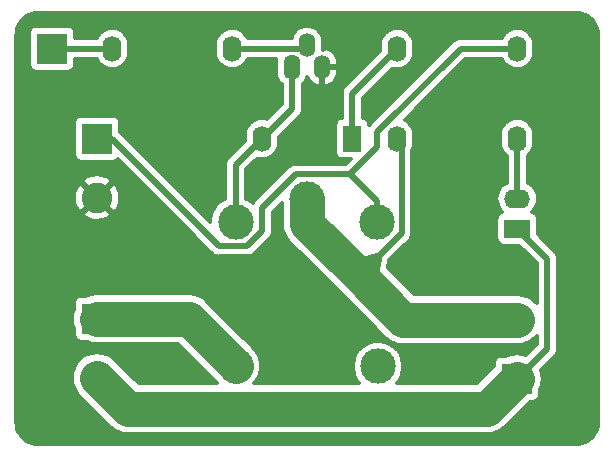
<source format=gbr>
%TF.GenerationSoftware,KiCad,Pcbnew,5.1.12-84ad8e8a86~92~ubuntu20.04.1*%
%TF.CreationDate,2022-02-13T23:17:25-03:00*%
%TF.ProjectId,DD_CMOS,44445f43-4d4f-4532-9e6b-696361645f70,1.0.1*%
%TF.SameCoordinates,Original*%
%TF.FileFunction,Copper,L2,Bot*%
%TF.FilePolarity,Positive*%
%FSLAX46Y46*%
G04 Gerber Fmt 4.6, Leading zero omitted, Abs format (unit mm)*
G04 Created by KiCad (PCBNEW 5.1.12-84ad8e8a86~92~ubuntu20.04.1) date 2022-02-13 23:17:25*
%MOMM*%
%LPD*%
G01*
G04 APERTURE LIST*
%TA.AperFunction,ComponentPad*%
%ADD10O,1.400000X2.000000*%
%TD*%
%TA.AperFunction,ComponentPad*%
%ADD11O,1.600000X2.200000*%
%TD*%
%TA.AperFunction,ComponentPad*%
%ADD12R,2.600000X2.600000*%
%TD*%
%TA.AperFunction,ComponentPad*%
%ADD13C,3.000000*%
%TD*%
%TA.AperFunction,ComponentPad*%
%ADD14C,2.600000*%
%TD*%
%TA.AperFunction,ComponentPad*%
%ADD15O,2.200000X1.600000*%
%TD*%
%TA.AperFunction,ComponentPad*%
%ADD16R,2.200000X1.600000*%
%TD*%
%TA.AperFunction,ComponentPad*%
%ADD17R,1.600000X2.200000*%
%TD*%
%TA.AperFunction,Conductor*%
%ADD18C,0.500000*%
%TD*%
%TA.AperFunction,Conductor*%
%ADD19C,3.000000*%
%TD*%
%TA.AperFunction,Conductor*%
%ADD20C,0.300000*%
%TD*%
%TA.AperFunction,Conductor*%
%ADD21C,0.100000*%
%TD*%
G04 APERTURE END LIST*
%TO.P,Q1,1*%
%TO.N,Net-(D1-Pad2)*%
%TA.AperFunction,ComponentPad*%
G36*
G01*
X125030000Y-92240200D02*
X125030000Y-91239800D01*
G75*
G02*
X125529800Y-90740000I499800J0D01*
G01*
X125930200Y-90740000D01*
G75*
G02*
X126430000Y-91239800I0J-499800D01*
G01*
X126430000Y-92240200D01*
G75*
G02*
X125930200Y-92740000I-499800J0D01*
G01*
X125529800Y-92740000D01*
G75*
G02*
X125030000Y-92240200I0J499800D01*
G01*
G37*
%TD.AperFunction*%
D10*
%TO.P,Q1,3*%
%TO.N,GND*%
X128270000Y-91740000D03*
%TO.P,Q1,2*%
%TO.N,Net-(Q1-Pad2)*%
X127000000Y-89870000D03*
%TD*%
D11*
%TO.P,R21,2*%
%TO.N,Net-(D1-Pad1)*%
X134620000Y-90170000D03*
%TO.P,R21,1*%
%TO.N,VDD*%
X144780000Y-90170000D03*
%TD*%
D12*
%TO.P,J4,1*%
%TO.N,Net-(J4-Pad1)*%
X105410000Y-90170000D03*
%TD*%
D13*
%TO.P,RL1,A2*%
%TO.N,Net-(D1-Pad2)*%
X120950000Y-104820000D03*
%TO.P,RL1,14*%
%TO.N,+12V*%
X120950000Y-117020000D03*
%TO.P,RL1,12*%
%TO.N,Net-(RL1-Pad12)*%
X133000000Y-117070000D03*
%TO.P,RL1,A1*%
%TO.N,VDD*%
X132950000Y-104820000D03*
%TO.P,RL1,11*%
%TO.N,Net-(J5-Pad2)*%
X127000000Y-102870000D03*
%TD*%
D11*
%TO.P,R20,2*%
%TO.N,Net-(D2-Pad2)*%
X144780000Y-97790000D03*
%TO.P,R20,1*%
%TO.N,Net-(J5-Pad2)*%
X134620000Y-97790000D03*
%TD*%
%TO.P,R5,2*%
%TO.N,Net-(Q1-Pad2)*%
X120650000Y-90170000D03*
%TO.P,R5,1*%
%TO.N,Net-(J4-Pad1)*%
X110490000Y-90170000D03*
%TD*%
D12*
%TO.P,J5,1*%
%TO.N,Earth*%
X144780000Y-118110000D03*
D14*
%TO.P,J5,2*%
%TO.N,Net-(J5-Pad2)*%
X144780000Y-113110000D03*
%TD*%
%TO.P,J2,2*%
%TO.N,Earth*%
X109220000Y-118030000D03*
D12*
%TO.P,J2,1*%
%TO.N,+12V*%
X109220000Y-113030000D03*
%TD*%
D14*
%TO.P,J1,2*%
%TO.N,GND*%
X109220000Y-102790000D03*
D12*
%TO.P,J1,1*%
%TO.N,VDD*%
X109220000Y-97790000D03*
%TD*%
D15*
%TO.P,D2,2*%
%TO.N,Net-(D2-Pad2)*%
X144780000Y-102870000D03*
D16*
%TO.P,D2,1*%
%TO.N,Earth*%
X144780000Y-105410000D03*
%TD*%
D11*
%TO.P,D1,2*%
%TO.N,Net-(D1-Pad2)*%
X123190000Y-97790000D03*
D17*
%TO.P,D1,1*%
%TO.N,Net-(D1-Pad1)*%
X130810000Y-97790000D03*
%TD*%
D18*
%TO.N,GND*%
X128270000Y-91440000D02*
X128270000Y-92075000D01*
%TO.N,VDD*%
X123190000Y-103645998D02*
X126015999Y-100819999D01*
X121934001Y-106870001D02*
X123190000Y-105614002D01*
X123190000Y-105614002D02*
X123190000Y-103645998D01*
X119570001Y-106870001D02*
X121934001Y-106870001D01*
X126015999Y-100819999D02*
X130029999Y-100819999D01*
X110490000Y-97790000D02*
X119570001Y-106870001D01*
X109220000Y-97790000D02*
X110490000Y-97790000D01*
X140030798Y-90170000D02*
X132950000Y-97250798D01*
X144780000Y-90170000D02*
X140030798Y-90170000D01*
X132950000Y-98540002D02*
X132950000Y-97250798D01*
X130670003Y-100819999D02*
X132950000Y-98540002D01*
X130029999Y-100819999D02*
X130670003Y-100819999D01*
X132950000Y-103099996D02*
X132950000Y-104820000D01*
X130670003Y-100819999D02*
X132950000Y-103099996D01*
%TO.N,Net-(D1-Pad2)*%
X125730000Y-95250000D02*
X123190000Y-97790000D01*
X125730000Y-91440000D02*
X125730000Y-95250000D01*
X123190000Y-97790000D02*
X120950000Y-100030000D01*
X120950000Y-100030000D02*
X120950000Y-104820000D01*
%TO.N,Net-(D2-Pad2)*%
X144780000Y-97790000D02*
X144780000Y-102870000D01*
D19*
%TO.N,+12V*%
X116960000Y-113030000D02*
X120950000Y-117020000D01*
X109220000Y-113030000D02*
X116960000Y-113030000D01*
%TO.N,Earth*%
X109220000Y-118030000D02*
X111840000Y-120650000D01*
X142240000Y-120650000D02*
X144780000Y-118110000D01*
X111840000Y-120650000D02*
X142240000Y-120650000D01*
D18*
X147320000Y-107950000D02*
X144780000Y-105410000D01*
X147320000Y-115570000D02*
X147320000Y-107950000D01*
X144780000Y-118110000D02*
X147320000Y-115570000D01*
%TO.N,Net-(Q1-Pad2)*%
X120650000Y-90170000D02*
X127000000Y-90170000D01*
%TO.N,Net-(J4-Pad1)*%
X105410000Y-90170000D02*
X110490000Y-90170000D01*
%TO.N,Net-(D1-Pad1)*%
X130810000Y-93980000D02*
X134620000Y-90170000D01*
X130810000Y-97790000D02*
X130810000Y-93980000D01*
D19*
%TO.N,Net-(J5-Pad2)*%
X135118680Y-113110000D02*
X144780000Y-113110000D01*
X127000000Y-102870000D02*
X127000000Y-104991320D01*
D18*
X134620000Y-97790000D02*
X135000001Y-98170001D01*
X131793342Y-109010660D02*
X131019340Y-109010660D01*
X135000001Y-105804001D02*
X131793342Y-109010660D01*
D19*
X131019340Y-109010660D02*
X135118680Y-113110000D01*
D18*
X135000001Y-98170001D02*
X135000001Y-105804001D01*
D19*
X127000000Y-104991320D02*
X131019340Y-109010660D01*
%TD*%
D20*
%TO.N,GND*%
X150028229Y-87164210D02*
X150286099Y-87220306D01*
X150533357Y-87312528D01*
X150764978Y-87439003D01*
X150976241Y-87597153D01*
X151162847Y-87783759D01*
X151320997Y-87995022D01*
X151447472Y-88226643D01*
X151539694Y-88473901D01*
X151595790Y-88731771D01*
X151615000Y-89000360D01*
X151615000Y-121819640D01*
X151595790Y-122088229D01*
X151539694Y-122346099D01*
X151447472Y-122593357D01*
X151320997Y-122824978D01*
X151162847Y-123036241D01*
X150976241Y-123222847D01*
X150764978Y-123380997D01*
X150533357Y-123507472D01*
X150286099Y-123599694D01*
X150028229Y-123655790D01*
X149759640Y-123675000D01*
X104240360Y-123675000D01*
X103971771Y-123655790D01*
X103713901Y-123599694D01*
X103466643Y-123507472D01*
X103235022Y-123380997D01*
X103023759Y-123222847D01*
X102837153Y-123036241D01*
X102679003Y-122824978D01*
X102552528Y-122593357D01*
X102460306Y-122346099D01*
X102404210Y-122088229D01*
X102385000Y-121819640D01*
X102385000Y-113030000D01*
X107059598Y-113030000D01*
X107101110Y-113451474D01*
X107224049Y-113856750D01*
X107266855Y-113936835D01*
X107266855Y-114330000D01*
X107279405Y-114457422D01*
X107316573Y-114579948D01*
X107376930Y-114692868D01*
X107458157Y-114791843D01*
X107557132Y-114873070D01*
X107670052Y-114933427D01*
X107792578Y-114970595D01*
X107920000Y-114983145D01*
X108313165Y-114983145D01*
X108393250Y-115025951D01*
X108798526Y-115148890D01*
X109114388Y-115180000D01*
X116069442Y-115180000D01*
X119279986Y-118390545D01*
X119389441Y-118500000D01*
X112730559Y-118500000D01*
X110665600Y-116435042D01*
X110420254Y-116233692D01*
X110046749Y-116034049D01*
X109641473Y-115911110D01*
X109220000Y-115869598D01*
X108798527Y-115911110D01*
X108393251Y-116034049D01*
X108019746Y-116233692D01*
X107692366Y-116502366D01*
X107423692Y-116829746D01*
X107224049Y-117203251D01*
X107101110Y-117608527D01*
X107059598Y-118030000D01*
X107101110Y-118451473D01*
X107224049Y-118856749D01*
X107423692Y-119230254D01*
X107625042Y-119475600D01*
X110245038Y-122095597D01*
X110312365Y-122177635D01*
X110639745Y-122446309D01*
X110970486Y-122623093D01*
X111013250Y-122645951D01*
X111418526Y-122768891D01*
X111840000Y-122810402D01*
X111945615Y-122800000D01*
X142134388Y-122800000D01*
X142240000Y-122810402D01*
X142345612Y-122800000D01*
X142661474Y-122768890D01*
X143066750Y-122645951D01*
X143440255Y-122446309D01*
X143767635Y-122177635D01*
X143834966Y-122095592D01*
X145867414Y-120063145D01*
X146080000Y-120063145D01*
X146207422Y-120050595D01*
X146329948Y-120013427D01*
X146442868Y-119953070D01*
X146541843Y-119871843D01*
X146623070Y-119772868D01*
X146683427Y-119659948D01*
X146720595Y-119537422D01*
X146733145Y-119410000D01*
X146733145Y-119016834D01*
X146775950Y-118936751D01*
X146898890Y-118531475D01*
X146940401Y-118110001D01*
X146898890Y-117688527D01*
X146800060Y-117362732D01*
X147925136Y-116237656D01*
X147959475Y-116209475D01*
X148071943Y-116072432D01*
X148155514Y-115916081D01*
X148206977Y-115746431D01*
X148220000Y-115614207D01*
X148220000Y-115614198D01*
X148224353Y-115570001D01*
X148220000Y-115525804D01*
X148220000Y-107994196D01*
X148224353Y-107949999D01*
X148220000Y-107905802D01*
X148220000Y-107905793D01*
X148206977Y-107773569D01*
X148155514Y-107603919D01*
X148071943Y-107447568D01*
X147959475Y-107310525D01*
X147925135Y-107282343D01*
X146533145Y-105890353D01*
X146533145Y-104610000D01*
X146520595Y-104482578D01*
X146483427Y-104360052D01*
X146423070Y-104247132D01*
X146341843Y-104148157D01*
X146242868Y-104066930D01*
X146129948Y-104006573D01*
X146020999Y-103973524D01*
X146110265Y-103900265D01*
X146291464Y-103679474D01*
X146426106Y-103427576D01*
X146509019Y-103154250D01*
X146537015Y-102870000D01*
X146509019Y-102585750D01*
X146426106Y-102312424D01*
X146291464Y-102060526D01*
X146110265Y-101839735D01*
X145889474Y-101658536D01*
X145680000Y-101546570D01*
X145680000Y-99227171D01*
X145810265Y-99120265D01*
X145991464Y-98899474D01*
X146126106Y-98647576D01*
X146209019Y-98374249D01*
X146230000Y-98161224D01*
X146230000Y-97418775D01*
X146209019Y-97205750D01*
X146126106Y-96932424D01*
X145991464Y-96680526D01*
X145810264Y-96459735D01*
X145589473Y-96278536D01*
X145337575Y-96143894D01*
X145064249Y-96060981D01*
X144780000Y-96032985D01*
X144495750Y-96060981D01*
X144222424Y-96143894D01*
X143970526Y-96278536D01*
X143749735Y-96459736D01*
X143568536Y-96680527D01*
X143433894Y-96932425D01*
X143350981Y-97205751D01*
X143330000Y-97418776D01*
X143330000Y-98161225D01*
X143350981Y-98374250D01*
X143433894Y-98647576D01*
X143568536Y-98899474D01*
X143749736Y-99120265D01*
X143880000Y-99227170D01*
X143880001Y-101546570D01*
X143670526Y-101658536D01*
X143449735Y-101839735D01*
X143268536Y-102060526D01*
X143133894Y-102312424D01*
X143050981Y-102585750D01*
X143022985Y-102870000D01*
X143050981Y-103154250D01*
X143133894Y-103427576D01*
X143268536Y-103679474D01*
X143449735Y-103900265D01*
X143539001Y-103973524D01*
X143430052Y-104006573D01*
X143317132Y-104066930D01*
X143218157Y-104148157D01*
X143136930Y-104247132D01*
X143076573Y-104360052D01*
X143039405Y-104482578D01*
X143026855Y-104610000D01*
X143026855Y-106210000D01*
X143039405Y-106337422D01*
X143076573Y-106459948D01*
X143136930Y-106572868D01*
X143218157Y-106671843D01*
X143317132Y-106753070D01*
X143430052Y-106813427D01*
X143552578Y-106850595D01*
X143680000Y-106863145D01*
X144960353Y-106863145D01*
X146420001Y-108322793D01*
X146420001Y-111719283D01*
X146307635Y-111582365D01*
X145980255Y-111313691D01*
X145606750Y-111114049D01*
X145201474Y-110991110D01*
X144885612Y-110960000D01*
X136009239Y-110960000D01*
X133828077Y-108778838D01*
X133972655Y-108104139D01*
X135605136Y-106471658D01*
X135639476Y-106443476D01*
X135751944Y-106306433D01*
X135774163Y-106264864D01*
X135835515Y-106150083D01*
X135886978Y-105980432D01*
X135904355Y-105804001D01*
X135900001Y-105759794D01*
X135900001Y-98771250D01*
X135966106Y-98647576D01*
X136049019Y-98374249D01*
X136070000Y-98161224D01*
X136070000Y-97418775D01*
X136049019Y-97205750D01*
X135966106Y-96932424D01*
X135831464Y-96680526D01*
X135650264Y-96459735D01*
X135429473Y-96278536D01*
X135276708Y-96196882D01*
X140403590Y-91070000D01*
X143456571Y-91070000D01*
X143568536Y-91279473D01*
X143749735Y-91500264D01*
X143970526Y-91681464D01*
X144222424Y-91816106D01*
X144495750Y-91899019D01*
X144780000Y-91927015D01*
X145064249Y-91899019D01*
X145337575Y-91816106D01*
X145589473Y-91681464D01*
X145810264Y-91500265D01*
X145991464Y-91279474D01*
X146126106Y-91027576D01*
X146209019Y-90754250D01*
X146230000Y-90541225D01*
X146230000Y-89798776D01*
X146209019Y-89585751D01*
X146126106Y-89312424D01*
X145991464Y-89060526D01*
X145810265Y-88839735D01*
X145589474Y-88658536D01*
X145337576Y-88523894D01*
X145064250Y-88440981D01*
X144780000Y-88412985D01*
X144495751Y-88440981D01*
X144222425Y-88523894D01*
X143970527Y-88658536D01*
X143749736Y-88839735D01*
X143568536Y-89060526D01*
X143456570Y-89270000D01*
X140075005Y-89270000D01*
X140030798Y-89265646D01*
X139854367Y-89283023D01*
X139684716Y-89334486D01*
X139528366Y-89418057D01*
X139391323Y-89530525D01*
X139363141Y-89564865D01*
X132344861Y-96583145D01*
X132310526Y-96611323D01*
X132282348Y-96645658D01*
X132282345Y-96645661D01*
X132261303Y-96671301D01*
X132250595Y-96562578D01*
X132213427Y-96440052D01*
X132153070Y-96327132D01*
X132071843Y-96228157D01*
X131972868Y-96146930D01*
X131859948Y-96086573D01*
X131737422Y-96049405D01*
X131710000Y-96046704D01*
X131710000Y-94352792D01*
X134203800Y-91858992D01*
X134335750Y-91899019D01*
X134620000Y-91927015D01*
X134904249Y-91899019D01*
X135177575Y-91816106D01*
X135429473Y-91681464D01*
X135650264Y-91500265D01*
X135831464Y-91279474D01*
X135966106Y-91027576D01*
X136049019Y-90754250D01*
X136070000Y-90541225D01*
X136070000Y-89798776D01*
X136049019Y-89585751D01*
X135966106Y-89312424D01*
X135831464Y-89060526D01*
X135650265Y-88839735D01*
X135429474Y-88658536D01*
X135177576Y-88523894D01*
X134904250Y-88440981D01*
X134620000Y-88412985D01*
X134335751Y-88440981D01*
X134062425Y-88523894D01*
X133810527Y-88658536D01*
X133589736Y-88839735D01*
X133408536Y-89060526D01*
X133273894Y-89312424D01*
X133190981Y-89585750D01*
X133170000Y-89798775D01*
X133170000Y-90347208D01*
X130204861Y-93312347D01*
X130170526Y-93340525D01*
X130142348Y-93374860D01*
X130142345Y-93374863D01*
X130058057Y-93477569D01*
X129974487Y-93633919D01*
X129923023Y-93803570D01*
X129905646Y-93980000D01*
X129910001Y-94024216D01*
X129910000Y-96046704D01*
X129882578Y-96049405D01*
X129760052Y-96086573D01*
X129647132Y-96146930D01*
X129548157Y-96228157D01*
X129466930Y-96327132D01*
X129406573Y-96440052D01*
X129369405Y-96562578D01*
X129356855Y-96690000D01*
X129356855Y-98890000D01*
X129369405Y-99017422D01*
X129406573Y-99139948D01*
X129466930Y-99252868D01*
X129548157Y-99351843D01*
X129647132Y-99433070D01*
X129760052Y-99493427D01*
X129882578Y-99530595D01*
X130010000Y-99543145D01*
X130674065Y-99543145D01*
X130297211Y-99919999D01*
X126060202Y-99919999D01*
X126015998Y-99915645D01*
X125971794Y-99919999D01*
X125971792Y-99919999D01*
X125839568Y-99933022D01*
X125669918Y-99984485D01*
X125513567Y-100068056D01*
X125441412Y-100127272D01*
X125410861Y-100152344D01*
X125410859Y-100152346D01*
X125376524Y-100180524D01*
X125348346Y-100214859D01*
X122584861Y-102978345D01*
X122550526Y-103006523D01*
X122522348Y-103040858D01*
X122522345Y-103040861D01*
X122438057Y-103143567D01*
X122394889Y-103224330D01*
X122320545Y-103149986D01*
X121968407Y-102914695D01*
X121850000Y-102865649D01*
X121850000Y-100402792D01*
X122773800Y-99478992D01*
X122905750Y-99519019D01*
X123190000Y-99547015D01*
X123474249Y-99519019D01*
X123747575Y-99436106D01*
X123999473Y-99301464D01*
X124220264Y-99120265D01*
X124401464Y-98899474D01*
X124536106Y-98647576D01*
X124619019Y-98374250D01*
X124640000Y-98161225D01*
X124640000Y-97612792D01*
X126335135Y-95917657D01*
X126369475Y-95889475D01*
X126481943Y-95752432D01*
X126565514Y-95596081D01*
X126616977Y-95426431D01*
X126630000Y-95294207D01*
X126630000Y-95294198D01*
X126634353Y-95250001D01*
X126630000Y-95205804D01*
X126630000Y-93150207D01*
X126745455Y-93055455D01*
X126888839Y-92880742D01*
X126995382Y-92681413D01*
X127025950Y-92580643D01*
X127055171Y-92655767D01*
X127198644Y-92880937D01*
X127383288Y-93073790D01*
X127602008Y-93226915D01*
X127846399Y-93334428D01*
X127955466Y-93361073D01*
X128166000Y-93228960D01*
X128166000Y-91844000D01*
X128374000Y-91844000D01*
X128374000Y-93228960D01*
X128584534Y-93361073D01*
X128693601Y-93334428D01*
X128937992Y-93226915D01*
X129156712Y-93073790D01*
X129341356Y-92880937D01*
X129484829Y-92655767D01*
X129581617Y-92406934D01*
X129628000Y-92144000D01*
X129628000Y-91844000D01*
X128374000Y-91844000D01*
X128166000Y-91844000D01*
X128146000Y-91844000D01*
X128146000Y-91636000D01*
X128166000Y-91636000D01*
X128166000Y-91616000D01*
X128374000Y-91616000D01*
X128374000Y-91636000D01*
X129628000Y-91636000D01*
X129628000Y-91336000D01*
X129581617Y-91073066D01*
X129484829Y-90824233D01*
X129341356Y-90599063D01*
X129156712Y-90406210D01*
X128937992Y-90253085D01*
X128693601Y-90145572D01*
X128584534Y-90118927D01*
X128374002Y-90251039D01*
X128374002Y-90082000D01*
X128350000Y-90082000D01*
X128350000Y-89503679D01*
X128330467Y-89305354D01*
X128253272Y-89050878D01*
X128127915Y-88816351D01*
X127959212Y-88610787D01*
X127753648Y-88442085D01*
X127519121Y-88316728D01*
X127264645Y-88239533D01*
X127000000Y-88213468D01*
X126735354Y-88239533D01*
X126480878Y-88316728D01*
X126246351Y-88442085D01*
X126040787Y-88610788D01*
X125872085Y-88816352D01*
X125746728Y-89050879D01*
X125680258Y-89270000D01*
X121973430Y-89270000D01*
X121861464Y-89060526D01*
X121680264Y-88839735D01*
X121459473Y-88658536D01*
X121207575Y-88523894D01*
X120934249Y-88440981D01*
X120650000Y-88412985D01*
X120365750Y-88440981D01*
X120092424Y-88523894D01*
X119840526Y-88658536D01*
X119619735Y-88839736D01*
X119438536Y-89060527D01*
X119303894Y-89312425D01*
X119220981Y-89585751D01*
X119200000Y-89798776D01*
X119200000Y-90541225D01*
X119220981Y-90754250D01*
X119303894Y-91027576D01*
X119438536Y-91279474D01*
X119619736Y-91500265D01*
X119840527Y-91681464D01*
X120092425Y-91816106D01*
X120365751Y-91899019D01*
X120650000Y-91927015D01*
X120934250Y-91899019D01*
X121207576Y-91816106D01*
X121459474Y-91681464D01*
X121680265Y-91500265D01*
X121861464Y-91279474D01*
X121973430Y-91070000D01*
X124393579Y-91070000D01*
X124376855Y-91239800D01*
X124376855Y-92240200D01*
X124399009Y-92465128D01*
X124464618Y-92681413D01*
X124571161Y-92880742D01*
X124714545Y-93055455D01*
X124830000Y-93150207D01*
X124830001Y-94877207D01*
X123606200Y-96101008D01*
X123474250Y-96060981D01*
X123190000Y-96032985D01*
X122905751Y-96060981D01*
X122632425Y-96143894D01*
X122380527Y-96278536D01*
X122159736Y-96459735D01*
X121978536Y-96680526D01*
X121843894Y-96932424D01*
X121760981Y-97205750D01*
X121740000Y-97418775D01*
X121740000Y-97967208D01*
X120344865Y-99362343D01*
X120310525Y-99390525D01*
X120198057Y-99527569D01*
X120114486Y-99683920D01*
X120063023Y-99853569D01*
X120063023Y-99853570D01*
X120045646Y-100030000D01*
X120050000Y-100074207D01*
X120050001Y-102865649D01*
X119931593Y-102914695D01*
X119579455Y-103149986D01*
X119279986Y-103449455D01*
X119044695Y-103801593D01*
X118882623Y-104192868D01*
X118800000Y-104608243D01*
X118800000Y-104827208D01*
X111173145Y-97200353D01*
X111173145Y-96490000D01*
X111160595Y-96362578D01*
X111123427Y-96240052D01*
X111063070Y-96127132D01*
X110981843Y-96028157D01*
X110882868Y-95946930D01*
X110769948Y-95886573D01*
X110647422Y-95849405D01*
X110520000Y-95836855D01*
X107920000Y-95836855D01*
X107792578Y-95849405D01*
X107670052Y-95886573D01*
X107557132Y-95946930D01*
X107458157Y-96028157D01*
X107376930Y-96127132D01*
X107316573Y-96240052D01*
X107279405Y-96362578D01*
X107266855Y-96490000D01*
X107266855Y-99090000D01*
X107279405Y-99217422D01*
X107316573Y-99339948D01*
X107376930Y-99452868D01*
X107458157Y-99551843D01*
X107557132Y-99633070D01*
X107670052Y-99693427D01*
X107792578Y-99730595D01*
X107920000Y-99743145D01*
X110520000Y-99743145D01*
X110647422Y-99730595D01*
X110769948Y-99693427D01*
X110882868Y-99633070D01*
X110980310Y-99553102D01*
X118902344Y-107475136D01*
X118930526Y-107509476D01*
X119067569Y-107621944D01*
X119223919Y-107705515D01*
X119393570Y-107756978D01*
X119570001Y-107774355D01*
X119614208Y-107770001D01*
X121889795Y-107770001D01*
X121934001Y-107774355D01*
X121978207Y-107770001D01*
X121978208Y-107770001D01*
X122110432Y-107756978D01*
X122280082Y-107705515D01*
X122436433Y-107621944D01*
X122573476Y-107509476D01*
X122601658Y-107475136D01*
X123795136Y-106281658D01*
X123829475Y-106253477D01*
X123941943Y-106116434D01*
X124025514Y-105960083D01*
X124076977Y-105790433D01*
X124090000Y-105658209D01*
X124090000Y-105658208D01*
X124094354Y-105614002D01*
X124090000Y-105569795D01*
X124090000Y-104018790D01*
X124850000Y-103258790D01*
X124850000Y-104885708D01*
X124839598Y-104991320D01*
X124850000Y-105096932D01*
X124881110Y-105412794D01*
X124894799Y-105457920D01*
X125004049Y-105818069D01*
X125004050Y-105818070D01*
X125203692Y-106191575D01*
X125472366Y-106518955D01*
X125554403Y-106586281D01*
X129573739Y-110605618D01*
X129573744Y-110605622D01*
X133523718Y-114555597D01*
X133591045Y-114637635D01*
X133918425Y-114906309D01*
X134291930Y-115105951D01*
X134697206Y-115228890D01*
X135013068Y-115260000D01*
X135013075Y-115260000D01*
X135118679Y-115270401D01*
X135224284Y-115260000D01*
X144885612Y-115260000D01*
X145201474Y-115228890D01*
X145606750Y-115105951D01*
X145980255Y-114906309D01*
X146307635Y-114637635D01*
X146420000Y-114500718D01*
X146420000Y-115197208D01*
X145527268Y-116089940D01*
X145201473Y-115991110D01*
X144779999Y-115949599D01*
X144358525Y-115991110D01*
X143953249Y-116114050D01*
X143873166Y-116156855D01*
X143480000Y-116156855D01*
X143352578Y-116169405D01*
X143230052Y-116206573D01*
X143117132Y-116266930D01*
X143018157Y-116348157D01*
X142936930Y-116447132D01*
X142876573Y-116560052D01*
X142839405Y-116682578D01*
X142826855Y-116810000D01*
X142826855Y-117022586D01*
X141349442Y-118500000D01*
X134610559Y-118500000D01*
X134670014Y-118440545D01*
X134905305Y-118088407D01*
X135067377Y-117697132D01*
X135150000Y-117281757D01*
X135150000Y-116858243D01*
X135067377Y-116442868D01*
X134905305Y-116051593D01*
X134670014Y-115699455D01*
X134370545Y-115399986D01*
X134018407Y-115164695D01*
X133627132Y-115002623D01*
X133211757Y-114920000D01*
X132788243Y-114920000D01*
X132372868Y-115002623D01*
X131981593Y-115164695D01*
X131629455Y-115399986D01*
X131329986Y-115699455D01*
X131094695Y-116051593D01*
X130932623Y-116442868D01*
X130850000Y-116858243D01*
X130850000Y-117281757D01*
X130932623Y-117697132D01*
X131094695Y-118088407D01*
X131329986Y-118440545D01*
X131389441Y-118500000D01*
X122516726Y-118500000D01*
X122544951Y-118465608D01*
X122620014Y-118390545D01*
X122678990Y-118302281D01*
X122746308Y-118220254D01*
X122796329Y-118126670D01*
X122855305Y-118038407D01*
X122895930Y-117940331D01*
X122945950Y-117846749D01*
X122976752Y-117745209D01*
X123017377Y-117647132D01*
X123038087Y-117543017D01*
X123068890Y-117441473D01*
X123079291Y-117335866D01*
X123100000Y-117231757D01*
X123100000Y-117125611D01*
X123110402Y-117019999D01*
X123100000Y-116914387D01*
X123100000Y-116808243D01*
X123079292Y-116704135D01*
X123068890Y-116598526D01*
X123038086Y-116496979D01*
X123017377Y-116392868D01*
X122976754Y-116294796D01*
X122945950Y-116193249D01*
X122895926Y-116099661D01*
X122855305Y-116001593D01*
X122796333Y-115913335D01*
X122746308Y-115819745D01*
X122678986Y-115737713D01*
X122620014Y-115649455D01*
X122320545Y-115349986D01*
X118554966Y-111584408D01*
X118487635Y-111502365D01*
X118160255Y-111233691D01*
X117786750Y-111034049D01*
X117381474Y-110911110D01*
X117065612Y-110880000D01*
X116960000Y-110869598D01*
X116854388Y-110880000D01*
X109114388Y-110880000D01*
X108798526Y-110911110D01*
X108393250Y-111034049D01*
X108313165Y-111076855D01*
X107920000Y-111076855D01*
X107792578Y-111089405D01*
X107670052Y-111126573D01*
X107557132Y-111186930D01*
X107458157Y-111268157D01*
X107376930Y-111367132D01*
X107316573Y-111480052D01*
X107279405Y-111602578D01*
X107266855Y-111730000D01*
X107266855Y-112123165D01*
X107224049Y-112203250D01*
X107101110Y-112608526D01*
X107059598Y-113030000D01*
X102385000Y-113030000D01*
X102385000Y-104136312D01*
X108020767Y-104136312D01*
X108149302Y-104440624D01*
X108491896Y-104617790D01*
X108862471Y-104724716D01*
X109246784Y-104757291D01*
X109630069Y-104714265D01*
X109997595Y-104597290D01*
X110290698Y-104440624D01*
X110419233Y-104136312D01*
X109220000Y-102937078D01*
X108020767Y-104136312D01*
X102385000Y-104136312D01*
X102385000Y-102816784D01*
X107252709Y-102816784D01*
X107295735Y-103200069D01*
X107412710Y-103567595D01*
X107569376Y-103860698D01*
X107873688Y-103989233D01*
X109072922Y-102790000D01*
X109367078Y-102790000D01*
X110566312Y-103989233D01*
X110870624Y-103860698D01*
X111047790Y-103518104D01*
X111154716Y-103147529D01*
X111187291Y-102763216D01*
X111144265Y-102379931D01*
X111027290Y-102012405D01*
X110870624Y-101719302D01*
X110566312Y-101590767D01*
X109367078Y-102790000D01*
X109072922Y-102790000D01*
X107873688Y-101590767D01*
X107569376Y-101719302D01*
X107392210Y-102061896D01*
X107285284Y-102432471D01*
X107252709Y-102816784D01*
X102385000Y-102816784D01*
X102385000Y-101443688D01*
X108020767Y-101443688D01*
X109220000Y-102642922D01*
X110419233Y-101443688D01*
X110290698Y-101139376D01*
X109948104Y-100962210D01*
X109577529Y-100855284D01*
X109193216Y-100822709D01*
X108809931Y-100865735D01*
X108442405Y-100982710D01*
X108149302Y-101139376D01*
X108020767Y-101443688D01*
X102385000Y-101443688D01*
X102385000Y-89000360D01*
X102394323Y-88870000D01*
X103456855Y-88870000D01*
X103456855Y-91470000D01*
X103469405Y-91597422D01*
X103506573Y-91719948D01*
X103566930Y-91832868D01*
X103648157Y-91931843D01*
X103747132Y-92013070D01*
X103860052Y-92073427D01*
X103982578Y-92110595D01*
X104110000Y-92123145D01*
X106710000Y-92123145D01*
X106837422Y-92110595D01*
X106959948Y-92073427D01*
X107072868Y-92013070D01*
X107171843Y-91931843D01*
X107253070Y-91832868D01*
X107313427Y-91719948D01*
X107350595Y-91597422D01*
X107363145Y-91470000D01*
X107363145Y-91070000D01*
X109166570Y-91070000D01*
X109278536Y-91279474D01*
X109459736Y-91500265D01*
X109680527Y-91681464D01*
X109932425Y-91816106D01*
X110205751Y-91899019D01*
X110490000Y-91927015D01*
X110774250Y-91899019D01*
X111047576Y-91816106D01*
X111299474Y-91681464D01*
X111520265Y-91500265D01*
X111701464Y-91279474D01*
X111836106Y-91027576D01*
X111919019Y-90754249D01*
X111940000Y-90541224D01*
X111940000Y-89798775D01*
X111919019Y-89585750D01*
X111836106Y-89312424D01*
X111701464Y-89060526D01*
X111520264Y-88839735D01*
X111299473Y-88658536D01*
X111047575Y-88523894D01*
X110774249Y-88440981D01*
X110490000Y-88412985D01*
X110205750Y-88440981D01*
X109932424Y-88523894D01*
X109680526Y-88658536D01*
X109459735Y-88839736D01*
X109278536Y-89060527D01*
X109166571Y-89270000D01*
X107363145Y-89270000D01*
X107363145Y-88870000D01*
X107350595Y-88742578D01*
X107313427Y-88620052D01*
X107253070Y-88507132D01*
X107171843Y-88408157D01*
X107072868Y-88326930D01*
X106959948Y-88266573D01*
X106837422Y-88229405D01*
X106710000Y-88216855D01*
X104110000Y-88216855D01*
X103982578Y-88229405D01*
X103860052Y-88266573D01*
X103747132Y-88326930D01*
X103648157Y-88408157D01*
X103566930Y-88507132D01*
X103506573Y-88620052D01*
X103469405Y-88742578D01*
X103456855Y-88870000D01*
X102394323Y-88870000D01*
X102404210Y-88731771D01*
X102460306Y-88473901D01*
X102552528Y-88226643D01*
X102679003Y-87995022D01*
X102837153Y-87783759D01*
X103023759Y-87597153D01*
X103235022Y-87439003D01*
X103466643Y-87312528D01*
X103713901Y-87220306D01*
X103971771Y-87164210D01*
X104240360Y-87145000D01*
X149759640Y-87145000D01*
X150028229Y-87164210D01*
%TA.AperFunction,Conductor*%
D21*
G36*
X150028229Y-87164210D02*
G01*
X150286099Y-87220306D01*
X150533357Y-87312528D01*
X150764978Y-87439003D01*
X150976241Y-87597153D01*
X151162847Y-87783759D01*
X151320997Y-87995022D01*
X151447472Y-88226643D01*
X151539694Y-88473901D01*
X151595790Y-88731771D01*
X151615000Y-89000360D01*
X151615000Y-121819640D01*
X151595790Y-122088229D01*
X151539694Y-122346099D01*
X151447472Y-122593357D01*
X151320997Y-122824978D01*
X151162847Y-123036241D01*
X150976241Y-123222847D01*
X150764978Y-123380997D01*
X150533357Y-123507472D01*
X150286099Y-123599694D01*
X150028229Y-123655790D01*
X149759640Y-123675000D01*
X104240360Y-123675000D01*
X103971771Y-123655790D01*
X103713901Y-123599694D01*
X103466643Y-123507472D01*
X103235022Y-123380997D01*
X103023759Y-123222847D01*
X102837153Y-123036241D01*
X102679003Y-122824978D01*
X102552528Y-122593357D01*
X102460306Y-122346099D01*
X102404210Y-122088229D01*
X102385000Y-121819640D01*
X102385000Y-113030000D01*
X107059598Y-113030000D01*
X107101110Y-113451474D01*
X107224049Y-113856750D01*
X107266855Y-113936835D01*
X107266855Y-114330000D01*
X107279405Y-114457422D01*
X107316573Y-114579948D01*
X107376930Y-114692868D01*
X107458157Y-114791843D01*
X107557132Y-114873070D01*
X107670052Y-114933427D01*
X107792578Y-114970595D01*
X107920000Y-114983145D01*
X108313165Y-114983145D01*
X108393250Y-115025951D01*
X108798526Y-115148890D01*
X109114388Y-115180000D01*
X116069442Y-115180000D01*
X119279986Y-118390545D01*
X119389441Y-118500000D01*
X112730559Y-118500000D01*
X110665600Y-116435042D01*
X110420254Y-116233692D01*
X110046749Y-116034049D01*
X109641473Y-115911110D01*
X109220000Y-115869598D01*
X108798527Y-115911110D01*
X108393251Y-116034049D01*
X108019746Y-116233692D01*
X107692366Y-116502366D01*
X107423692Y-116829746D01*
X107224049Y-117203251D01*
X107101110Y-117608527D01*
X107059598Y-118030000D01*
X107101110Y-118451473D01*
X107224049Y-118856749D01*
X107423692Y-119230254D01*
X107625042Y-119475600D01*
X110245038Y-122095597D01*
X110312365Y-122177635D01*
X110639745Y-122446309D01*
X110970486Y-122623093D01*
X111013250Y-122645951D01*
X111418526Y-122768891D01*
X111840000Y-122810402D01*
X111945615Y-122800000D01*
X142134388Y-122800000D01*
X142240000Y-122810402D01*
X142345612Y-122800000D01*
X142661474Y-122768890D01*
X143066750Y-122645951D01*
X143440255Y-122446309D01*
X143767635Y-122177635D01*
X143834966Y-122095592D01*
X145867414Y-120063145D01*
X146080000Y-120063145D01*
X146207422Y-120050595D01*
X146329948Y-120013427D01*
X146442868Y-119953070D01*
X146541843Y-119871843D01*
X146623070Y-119772868D01*
X146683427Y-119659948D01*
X146720595Y-119537422D01*
X146733145Y-119410000D01*
X146733145Y-119016834D01*
X146775950Y-118936751D01*
X146898890Y-118531475D01*
X146940401Y-118110001D01*
X146898890Y-117688527D01*
X146800060Y-117362732D01*
X147925136Y-116237656D01*
X147959475Y-116209475D01*
X148071943Y-116072432D01*
X148155514Y-115916081D01*
X148206977Y-115746431D01*
X148220000Y-115614207D01*
X148220000Y-115614198D01*
X148224353Y-115570001D01*
X148220000Y-115525804D01*
X148220000Y-107994196D01*
X148224353Y-107949999D01*
X148220000Y-107905802D01*
X148220000Y-107905793D01*
X148206977Y-107773569D01*
X148155514Y-107603919D01*
X148071943Y-107447568D01*
X147959475Y-107310525D01*
X147925135Y-107282343D01*
X146533145Y-105890353D01*
X146533145Y-104610000D01*
X146520595Y-104482578D01*
X146483427Y-104360052D01*
X146423070Y-104247132D01*
X146341843Y-104148157D01*
X146242868Y-104066930D01*
X146129948Y-104006573D01*
X146020999Y-103973524D01*
X146110265Y-103900265D01*
X146291464Y-103679474D01*
X146426106Y-103427576D01*
X146509019Y-103154250D01*
X146537015Y-102870000D01*
X146509019Y-102585750D01*
X146426106Y-102312424D01*
X146291464Y-102060526D01*
X146110265Y-101839735D01*
X145889474Y-101658536D01*
X145680000Y-101546570D01*
X145680000Y-99227171D01*
X145810265Y-99120265D01*
X145991464Y-98899474D01*
X146126106Y-98647576D01*
X146209019Y-98374249D01*
X146230000Y-98161224D01*
X146230000Y-97418775D01*
X146209019Y-97205750D01*
X146126106Y-96932424D01*
X145991464Y-96680526D01*
X145810264Y-96459735D01*
X145589473Y-96278536D01*
X145337575Y-96143894D01*
X145064249Y-96060981D01*
X144780000Y-96032985D01*
X144495750Y-96060981D01*
X144222424Y-96143894D01*
X143970526Y-96278536D01*
X143749735Y-96459736D01*
X143568536Y-96680527D01*
X143433894Y-96932425D01*
X143350981Y-97205751D01*
X143330000Y-97418776D01*
X143330000Y-98161225D01*
X143350981Y-98374250D01*
X143433894Y-98647576D01*
X143568536Y-98899474D01*
X143749736Y-99120265D01*
X143880000Y-99227170D01*
X143880001Y-101546570D01*
X143670526Y-101658536D01*
X143449735Y-101839735D01*
X143268536Y-102060526D01*
X143133894Y-102312424D01*
X143050981Y-102585750D01*
X143022985Y-102870000D01*
X143050981Y-103154250D01*
X143133894Y-103427576D01*
X143268536Y-103679474D01*
X143449735Y-103900265D01*
X143539001Y-103973524D01*
X143430052Y-104006573D01*
X143317132Y-104066930D01*
X143218157Y-104148157D01*
X143136930Y-104247132D01*
X143076573Y-104360052D01*
X143039405Y-104482578D01*
X143026855Y-104610000D01*
X143026855Y-106210000D01*
X143039405Y-106337422D01*
X143076573Y-106459948D01*
X143136930Y-106572868D01*
X143218157Y-106671843D01*
X143317132Y-106753070D01*
X143430052Y-106813427D01*
X143552578Y-106850595D01*
X143680000Y-106863145D01*
X144960353Y-106863145D01*
X146420001Y-108322793D01*
X146420001Y-111719283D01*
X146307635Y-111582365D01*
X145980255Y-111313691D01*
X145606750Y-111114049D01*
X145201474Y-110991110D01*
X144885612Y-110960000D01*
X136009239Y-110960000D01*
X133828077Y-108778838D01*
X133972655Y-108104139D01*
X135605136Y-106471658D01*
X135639476Y-106443476D01*
X135751944Y-106306433D01*
X135774163Y-106264864D01*
X135835515Y-106150083D01*
X135886978Y-105980432D01*
X135904355Y-105804001D01*
X135900001Y-105759794D01*
X135900001Y-98771250D01*
X135966106Y-98647576D01*
X136049019Y-98374249D01*
X136070000Y-98161224D01*
X136070000Y-97418775D01*
X136049019Y-97205750D01*
X135966106Y-96932424D01*
X135831464Y-96680526D01*
X135650264Y-96459735D01*
X135429473Y-96278536D01*
X135276708Y-96196882D01*
X140403590Y-91070000D01*
X143456571Y-91070000D01*
X143568536Y-91279473D01*
X143749735Y-91500264D01*
X143970526Y-91681464D01*
X144222424Y-91816106D01*
X144495750Y-91899019D01*
X144780000Y-91927015D01*
X145064249Y-91899019D01*
X145337575Y-91816106D01*
X145589473Y-91681464D01*
X145810264Y-91500265D01*
X145991464Y-91279474D01*
X146126106Y-91027576D01*
X146209019Y-90754250D01*
X146230000Y-90541225D01*
X146230000Y-89798776D01*
X146209019Y-89585751D01*
X146126106Y-89312424D01*
X145991464Y-89060526D01*
X145810265Y-88839735D01*
X145589474Y-88658536D01*
X145337576Y-88523894D01*
X145064250Y-88440981D01*
X144780000Y-88412985D01*
X144495751Y-88440981D01*
X144222425Y-88523894D01*
X143970527Y-88658536D01*
X143749736Y-88839735D01*
X143568536Y-89060526D01*
X143456570Y-89270000D01*
X140075005Y-89270000D01*
X140030798Y-89265646D01*
X139854367Y-89283023D01*
X139684716Y-89334486D01*
X139528366Y-89418057D01*
X139391323Y-89530525D01*
X139363141Y-89564865D01*
X132344861Y-96583145D01*
X132310526Y-96611323D01*
X132282348Y-96645658D01*
X132282345Y-96645661D01*
X132261303Y-96671301D01*
X132250595Y-96562578D01*
X132213427Y-96440052D01*
X132153070Y-96327132D01*
X132071843Y-96228157D01*
X131972868Y-96146930D01*
X131859948Y-96086573D01*
X131737422Y-96049405D01*
X131710000Y-96046704D01*
X131710000Y-94352792D01*
X134203800Y-91858992D01*
X134335750Y-91899019D01*
X134620000Y-91927015D01*
X134904249Y-91899019D01*
X135177575Y-91816106D01*
X135429473Y-91681464D01*
X135650264Y-91500265D01*
X135831464Y-91279474D01*
X135966106Y-91027576D01*
X136049019Y-90754250D01*
X136070000Y-90541225D01*
X136070000Y-89798776D01*
X136049019Y-89585751D01*
X135966106Y-89312424D01*
X135831464Y-89060526D01*
X135650265Y-88839735D01*
X135429474Y-88658536D01*
X135177576Y-88523894D01*
X134904250Y-88440981D01*
X134620000Y-88412985D01*
X134335751Y-88440981D01*
X134062425Y-88523894D01*
X133810527Y-88658536D01*
X133589736Y-88839735D01*
X133408536Y-89060526D01*
X133273894Y-89312424D01*
X133190981Y-89585750D01*
X133170000Y-89798775D01*
X133170000Y-90347208D01*
X130204861Y-93312347D01*
X130170526Y-93340525D01*
X130142348Y-93374860D01*
X130142345Y-93374863D01*
X130058057Y-93477569D01*
X129974487Y-93633919D01*
X129923023Y-93803570D01*
X129905646Y-93980000D01*
X129910001Y-94024216D01*
X129910000Y-96046704D01*
X129882578Y-96049405D01*
X129760052Y-96086573D01*
X129647132Y-96146930D01*
X129548157Y-96228157D01*
X129466930Y-96327132D01*
X129406573Y-96440052D01*
X129369405Y-96562578D01*
X129356855Y-96690000D01*
X129356855Y-98890000D01*
X129369405Y-99017422D01*
X129406573Y-99139948D01*
X129466930Y-99252868D01*
X129548157Y-99351843D01*
X129647132Y-99433070D01*
X129760052Y-99493427D01*
X129882578Y-99530595D01*
X130010000Y-99543145D01*
X130674065Y-99543145D01*
X130297211Y-99919999D01*
X126060202Y-99919999D01*
X126015998Y-99915645D01*
X125971794Y-99919999D01*
X125971792Y-99919999D01*
X125839568Y-99933022D01*
X125669918Y-99984485D01*
X125513567Y-100068056D01*
X125441412Y-100127272D01*
X125410861Y-100152344D01*
X125410859Y-100152346D01*
X125376524Y-100180524D01*
X125348346Y-100214859D01*
X122584861Y-102978345D01*
X122550526Y-103006523D01*
X122522348Y-103040858D01*
X122522345Y-103040861D01*
X122438057Y-103143567D01*
X122394889Y-103224330D01*
X122320545Y-103149986D01*
X121968407Y-102914695D01*
X121850000Y-102865649D01*
X121850000Y-100402792D01*
X122773800Y-99478992D01*
X122905750Y-99519019D01*
X123190000Y-99547015D01*
X123474249Y-99519019D01*
X123747575Y-99436106D01*
X123999473Y-99301464D01*
X124220264Y-99120265D01*
X124401464Y-98899474D01*
X124536106Y-98647576D01*
X124619019Y-98374250D01*
X124640000Y-98161225D01*
X124640000Y-97612792D01*
X126335135Y-95917657D01*
X126369475Y-95889475D01*
X126481943Y-95752432D01*
X126565514Y-95596081D01*
X126616977Y-95426431D01*
X126630000Y-95294207D01*
X126630000Y-95294198D01*
X126634353Y-95250001D01*
X126630000Y-95205804D01*
X126630000Y-93150207D01*
X126745455Y-93055455D01*
X126888839Y-92880742D01*
X126995382Y-92681413D01*
X127025950Y-92580643D01*
X127055171Y-92655767D01*
X127198644Y-92880937D01*
X127383288Y-93073790D01*
X127602008Y-93226915D01*
X127846399Y-93334428D01*
X127955466Y-93361073D01*
X128166000Y-93228960D01*
X128166000Y-91844000D01*
X128374000Y-91844000D01*
X128374000Y-93228960D01*
X128584534Y-93361073D01*
X128693601Y-93334428D01*
X128937992Y-93226915D01*
X129156712Y-93073790D01*
X129341356Y-92880937D01*
X129484829Y-92655767D01*
X129581617Y-92406934D01*
X129628000Y-92144000D01*
X129628000Y-91844000D01*
X128374000Y-91844000D01*
X128166000Y-91844000D01*
X128146000Y-91844000D01*
X128146000Y-91636000D01*
X128166000Y-91636000D01*
X128166000Y-91616000D01*
X128374000Y-91616000D01*
X128374000Y-91636000D01*
X129628000Y-91636000D01*
X129628000Y-91336000D01*
X129581617Y-91073066D01*
X129484829Y-90824233D01*
X129341356Y-90599063D01*
X129156712Y-90406210D01*
X128937992Y-90253085D01*
X128693601Y-90145572D01*
X128584534Y-90118927D01*
X128374002Y-90251039D01*
X128374002Y-90082000D01*
X128350000Y-90082000D01*
X128350000Y-89503679D01*
X128330467Y-89305354D01*
X128253272Y-89050878D01*
X128127915Y-88816351D01*
X127959212Y-88610787D01*
X127753648Y-88442085D01*
X127519121Y-88316728D01*
X127264645Y-88239533D01*
X127000000Y-88213468D01*
X126735354Y-88239533D01*
X126480878Y-88316728D01*
X126246351Y-88442085D01*
X126040787Y-88610788D01*
X125872085Y-88816352D01*
X125746728Y-89050879D01*
X125680258Y-89270000D01*
X121973430Y-89270000D01*
X121861464Y-89060526D01*
X121680264Y-88839735D01*
X121459473Y-88658536D01*
X121207575Y-88523894D01*
X120934249Y-88440981D01*
X120650000Y-88412985D01*
X120365750Y-88440981D01*
X120092424Y-88523894D01*
X119840526Y-88658536D01*
X119619735Y-88839736D01*
X119438536Y-89060527D01*
X119303894Y-89312425D01*
X119220981Y-89585751D01*
X119200000Y-89798776D01*
X119200000Y-90541225D01*
X119220981Y-90754250D01*
X119303894Y-91027576D01*
X119438536Y-91279474D01*
X119619736Y-91500265D01*
X119840527Y-91681464D01*
X120092425Y-91816106D01*
X120365751Y-91899019D01*
X120650000Y-91927015D01*
X120934250Y-91899019D01*
X121207576Y-91816106D01*
X121459474Y-91681464D01*
X121680265Y-91500265D01*
X121861464Y-91279474D01*
X121973430Y-91070000D01*
X124393579Y-91070000D01*
X124376855Y-91239800D01*
X124376855Y-92240200D01*
X124399009Y-92465128D01*
X124464618Y-92681413D01*
X124571161Y-92880742D01*
X124714545Y-93055455D01*
X124830000Y-93150207D01*
X124830001Y-94877207D01*
X123606200Y-96101008D01*
X123474250Y-96060981D01*
X123190000Y-96032985D01*
X122905751Y-96060981D01*
X122632425Y-96143894D01*
X122380527Y-96278536D01*
X122159736Y-96459735D01*
X121978536Y-96680526D01*
X121843894Y-96932424D01*
X121760981Y-97205750D01*
X121740000Y-97418775D01*
X121740000Y-97967208D01*
X120344865Y-99362343D01*
X120310525Y-99390525D01*
X120198057Y-99527569D01*
X120114486Y-99683920D01*
X120063023Y-99853569D01*
X120063023Y-99853570D01*
X120045646Y-100030000D01*
X120050000Y-100074207D01*
X120050001Y-102865649D01*
X119931593Y-102914695D01*
X119579455Y-103149986D01*
X119279986Y-103449455D01*
X119044695Y-103801593D01*
X118882623Y-104192868D01*
X118800000Y-104608243D01*
X118800000Y-104827208D01*
X111173145Y-97200353D01*
X111173145Y-96490000D01*
X111160595Y-96362578D01*
X111123427Y-96240052D01*
X111063070Y-96127132D01*
X110981843Y-96028157D01*
X110882868Y-95946930D01*
X110769948Y-95886573D01*
X110647422Y-95849405D01*
X110520000Y-95836855D01*
X107920000Y-95836855D01*
X107792578Y-95849405D01*
X107670052Y-95886573D01*
X107557132Y-95946930D01*
X107458157Y-96028157D01*
X107376930Y-96127132D01*
X107316573Y-96240052D01*
X107279405Y-96362578D01*
X107266855Y-96490000D01*
X107266855Y-99090000D01*
X107279405Y-99217422D01*
X107316573Y-99339948D01*
X107376930Y-99452868D01*
X107458157Y-99551843D01*
X107557132Y-99633070D01*
X107670052Y-99693427D01*
X107792578Y-99730595D01*
X107920000Y-99743145D01*
X110520000Y-99743145D01*
X110647422Y-99730595D01*
X110769948Y-99693427D01*
X110882868Y-99633070D01*
X110980310Y-99553102D01*
X118902344Y-107475136D01*
X118930526Y-107509476D01*
X119067569Y-107621944D01*
X119223919Y-107705515D01*
X119393570Y-107756978D01*
X119570001Y-107774355D01*
X119614208Y-107770001D01*
X121889795Y-107770001D01*
X121934001Y-107774355D01*
X121978207Y-107770001D01*
X121978208Y-107770001D01*
X122110432Y-107756978D01*
X122280082Y-107705515D01*
X122436433Y-107621944D01*
X122573476Y-107509476D01*
X122601658Y-107475136D01*
X123795136Y-106281658D01*
X123829475Y-106253477D01*
X123941943Y-106116434D01*
X124025514Y-105960083D01*
X124076977Y-105790433D01*
X124090000Y-105658209D01*
X124090000Y-105658208D01*
X124094354Y-105614002D01*
X124090000Y-105569795D01*
X124090000Y-104018790D01*
X124850000Y-103258790D01*
X124850000Y-104885708D01*
X124839598Y-104991320D01*
X124850000Y-105096932D01*
X124881110Y-105412794D01*
X124894799Y-105457920D01*
X125004049Y-105818069D01*
X125004050Y-105818070D01*
X125203692Y-106191575D01*
X125472366Y-106518955D01*
X125554403Y-106586281D01*
X129573739Y-110605618D01*
X129573744Y-110605622D01*
X133523718Y-114555597D01*
X133591045Y-114637635D01*
X133918425Y-114906309D01*
X134291930Y-115105951D01*
X134697206Y-115228890D01*
X135013068Y-115260000D01*
X135013075Y-115260000D01*
X135118679Y-115270401D01*
X135224284Y-115260000D01*
X144885612Y-115260000D01*
X145201474Y-115228890D01*
X145606750Y-115105951D01*
X145980255Y-114906309D01*
X146307635Y-114637635D01*
X146420000Y-114500718D01*
X146420000Y-115197208D01*
X145527268Y-116089940D01*
X145201473Y-115991110D01*
X144779999Y-115949599D01*
X144358525Y-115991110D01*
X143953249Y-116114050D01*
X143873166Y-116156855D01*
X143480000Y-116156855D01*
X143352578Y-116169405D01*
X143230052Y-116206573D01*
X143117132Y-116266930D01*
X143018157Y-116348157D01*
X142936930Y-116447132D01*
X142876573Y-116560052D01*
X142839405Y-116682578D01*
X142826855Y-116810000D01*
X142826855Y-117022586D01*
X141349442Y-118500000D01*
X134610559Y-118500000D01*
X134670014Y-118440545D01*
X134905305Y-118088407D01*
X135067377Y-117697132D01*
X135150000Y-117281757D01*
X135150000Y-116858243D01*
X135067377Y-116442868D01*
X134905305Y-116051593D01*
X134670014Y-115699455D01*
X134370545Y-115399986D01*
X134018407Y-115164695D01*
X133627132Y-115002623D01*
X133211757Y-114920000D01*
X132788243Y-114920000D01*
X132372868Y-115002623D01*
X131981593Y-115164695D01*
X131629455Y-115399986D01*
X131329986Y-115699455D01*
X131094695Y-116051593D01*
X130932623Y-116442868D01*
X130850000Y-116858243D01*
X130850000Y-117281757D01*
X130932623Y-117697132D01*
X131094695Y-118088407D01*
X131329986Y-118440545D01*
X131389441Y-118500000D01*
X122516726Y-118500000D01*
X122544951Y-118465608D01*
X122620014Y-118390545D01*
X122678990Y-118302281D01*
X122746308Y-118220254D01*
X122796329Y-118126670D01*
X122855305Y-118038407D01*
X122895930Y-117940331D01*
X122945950Y-117846749D01*
X122976752Y-117745209D01*
X123017377Y-117647132D01*
X123038087Y-117543017D01*
X123068890Y-117441473D01*
X123079291Y-117335866D01*
X123100000Y-117231757D01*
X123100000Y-117125611D01*
X123110402Y-117019999D01*
X123100000Y-116914387D01*
X123100000Y-116808243D01*
X123079292Y-116704135D01*
X123068890Y-116598526D01*
X123038086Y-116496979D01*
X123017377Y-116392868D01*
X122976754Y-116294796D01*
X122945950Y-116193249D01*
X122895926Y-116099661D01*
X122855305Y-116001593D01*
X122796333Y-115913335D01*
X122746308Y-115819745D01*
X122678986Y-115737713D01*
X122620014Y-115649455D01*
X122320545Y-115349986D01*
X118554966Y-111584408D01*
X118487635Y-111502365D01*
X118160255Y-111233691D01*
X117786750Y-111034049D01*
X117381474Y-110911110D01*
X117065612Y-110880000D01*
X116960000Y-110869598D01*
X116854388Y-110880000D01*
X109114388Y-110880000D01*
X108798526Y-110911110D01*
X108393250Y-111034049D01*
X108313165Y-111076855D01*
X107920000Y-111076855D01*
X107792578Y-111089405D01*
X107670052Y-111126573D01*
X107557132Y-111186930D01*
X107458157Y-111268157D01*
X107376930Y-111367132D01*
X107316573Y-111480052D01*
X107279405Y-111602578D01*
X107266855Y-111730000D01*
X107266855Y-112123165D01*
X107224049Y-112203250D01*
X107101110Y-112608526D01*
X107059598Y-113030000D01*
X102385000Y-113030000D01*
X102385000Y-104136312D01*
X108020767Y-104136312D01*
X108149302Y-104440624D01*
X108491896Y-104617790D01*
X108862471Y-104724716D01*
X109246784Y-104757291D01*
X109630069Y-104714265D01*
X109997595Y-104597290D01*
X110290698Y-104440624D01*
X110419233Y-104136312D01*
X109220000Y-102937078D01*
X108020767Y-104136312D01*
X102385000Y-104136312D01*
X102385000Y-102816784D01*
X107252709Y-102816784D01*
X107295735Y-103200069D01*
X107412710Y-103567595D01*
X107569376Y-103860698D01*
X107873688Y-103989233D01*
X109072922Y-102790000D01*
X109367078Y-102790000D01*
X110566312Y-103989233D01*
X110870624Y-103860698D01*
X111047790Y-103518104D01*
X111154716Y-103147529D01*
X111187291Y-102763216D01*
X111144265Y-102379931D01*
X111027290Y-102012405D01*
X110870624Y-101719302D01*
X110566312Y-101590767D01*
X109367078Y-102790000D01*
X109072922Y-102790000D01*
X107873688Y-101590767D01*
X107569376Y-101719302D01*
X107392210Y-102061896D01*
X107285284Y-102432471D01*
X107252709Y-102816784D01*
X102385000Y-102816784D01*
X102385000Y-101443688D01*
X108020767Y-101443688D01*
X109220000Y-102642922D01*
X110419233Y-101443688D01*
X110290698Y-101139376D01*
X109948104Y-100962210D01*
X109577529Y-100855284D01*
X109193216Y-100822709D01*
X108809931Y-100865735D01*
X108442405Y-100982710D01*
X108149302Y-101139376D01*
X108020767Y-101443688D01*
X102385000Y-101443688D01*
X102385000Y-89000360D01*
X102394323Y-88870000D01*
X103456855Y-88870000D01*
X103456855Y-91470000D01*
X103469405Y-91597422D01*
X103506573Y-91719948D01*
X103566930Y-91832868D01*
X103648157Y-91931843D01*
X103747132Y-92013070D01*
X103860052Y-92073427D01*
X103982578Y-92110595D01*
X104110000Y-92123145D01*
X106710000Y-92123145D01*
X106837422Y-92110595D01*
X106959948Y-92073427D01*
X107072868Y-92013070D01*
X107171843Y-91931843D01*
X107253070Y-91832868D01*
X107313427Y-91719948D01*
X107350595Y-91597422D01*
X107363145Y-91470000D01*
X107363145Y-91070000D01*
X109166570Y-91070000D01*
X109278536Y-91279474D01*
X109459736Y-91500265D01*
X109680527Y-91681464D01*
X109932425Y-91816106D01*
X110205751Y-91899019D01*
X110490000Y-91927015D01*
X110774250Y-91899019D01*
X111047576Y-91816106D01*
X111299474Y-91681464D01*
X111520265Y-91500265D01*
X111701464Y-91279474D01*
X111836106Y-91027576D01*
X111919019Y-90754249D01*
X111940000Y-90541224D01*
X111940000Y-89798775D01*
X111919019Y-89585750D01*
X111836106Y-89312424D01*
X111701464Y-89060526D01*
X111520264Y-88839735D01*
X111299473Y-88658536D01*
X111047575Y-88523894D01*
X110774249Y-88440981D01*
X110490000Y-88412985D01*
X110205750Y-88440981D01*
X109932424Y-88523894D01*
X109680526Y-88658536D01*
X109459735Y-88839736D01*
X109278536Y-89060527D01*
X109166571Y-89270000D01*
X107363145Y-89270000D01*
X107363145Y-88870000D01*
X107350595Y-88742578D01*
X107313427Y-88620052D01*
X107253070Y-88507132D01*
X107171843Y-88408157D01*
X107072868Y-88326930D01*
X106959948Y-88266573D01*
X106837422Y-88229405D01*
X106710000Y-88216855D01*
X104110000Y-88216855D01*
X103982578Y-88229405D01*
X103860052Y-88266573D01*
X103747132Y-88326930D01*
X103648157Y-88408157D01*
X103566930Y-88507132D01*
X103506573Y-88620052D01*
X103469405Y-88742578D01*
X103456855Y-88870000D01*
X102394323Y-88870000D01*
X102404210Y-88731771D01*
X102460306Y-88473901D01*
X102552528Y-88226643D01*
X102679003Y-87995022D01*
X102837153Y-87783759D01*
X103023759Y-87597153D01*
X103235022Y-87439003D01*
X103466643Y-87312528D01*
X103713901Y-87220306D01*
X103971771Y-87164210D01*
X104240360Y-87145000D01*
X149759640Y-87145000D01*
X150028229Y-87164210D01*
G37*
%TD.AperFunction*%
%TD*%
D20*
%TO.N,Net-(J5-Pad2)*%
X132626102Y-110569970D02*
X130339514Y-108283382D01*
X133279413Y-107521186D01*
X132626102Y-110569970D01*
%TA.AperFunction,Conductor*%
D21*
G36*
X132626102Y-110569970D02*
G01*
X130339514Y-108283382D01*
X133279413Y-107521186D01*
X132626102Y-110569970D01*
G37*
%TD.AperFunction*%
%TD*%
M02*

</source>
